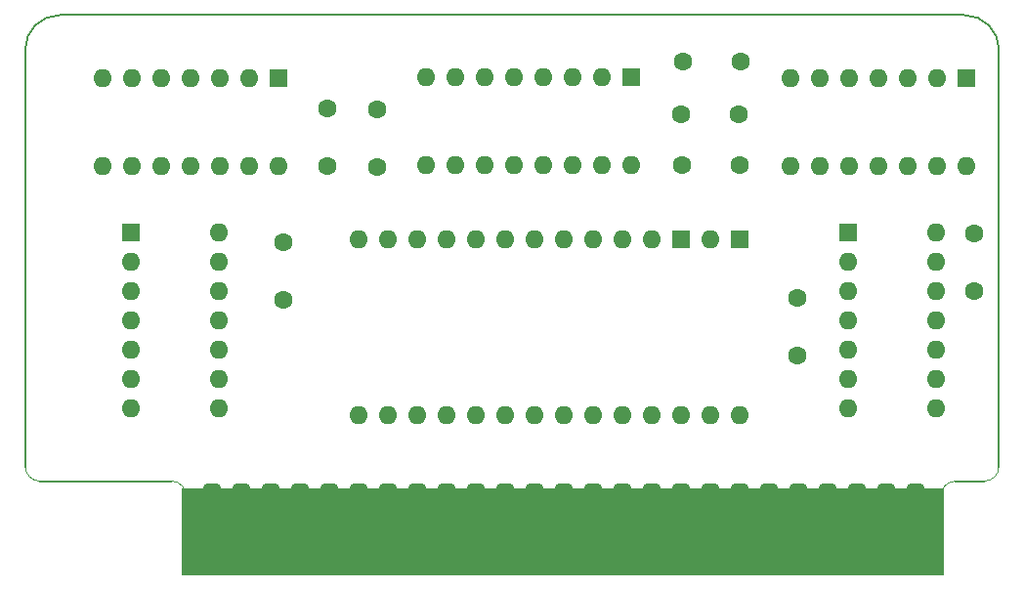
<source format=gbs>
G04 #@! TF.GenerationSoftware,KiCad,Pcbnew,(7.0.0-0)*
G04 #@! TF.CreationDate,2024-02-24T19:33:58+09:00*
G04 #@! TF.ProjectId,Grappler_Minus_Keros_alldip_GH,47726170-706c-4657-925f-4d696e75735f,3*
G04 #@! TF.SameCoordinates,Original*
G04 #@! TF.FileFunction,Soldermask,Bot*
G04 #@! TF.FilePolarity,Negative*
%FSLAX46Y46*%
G04 Gerber Fmt 4.6, Leading zero omitted, Abs format (unit mm)*
G04 Created by KiCad (PCBNEW (7.0.0-0)) date 2024-02-24 19:33:58*
%MOMM*%
%LPD*%
G01*
G04 APERTURE LIST*
G04 Aperture macros list*
%AMRoundRect*
0 Rectangle with rounded corners*
0 $1 Rounding radius*
0 $2 $3 $4 $5 $6 $7 $8 $9 X,Y pos of 4 corners*
0 Add a 4 corners polygon primitive as box body*
4,1,4,$2,$3,$4,$5,$6,$7,$8,$9,$2,$3,0*
0 Add four circle primitives for the rounded corners*
1,1,$1+$1,$2,$3*
1,1,$1+$1,$4,$5*
1,1,$1+$1,$6,$7*
1,1,$1+$1,$8,$9*
0 Add four rect primitives between the rounded corners*
20,1,$1+$1,$2,$3,$4,$5,0*
20,1,$1+$1,$4,$5,$6,$7,0*
20,1,$1+$1,$6,$7,$8,$9,0*
20,1,$1+$1,$8,$9,$2,$3,0*%
G04 Aperture macros list end*
%ADD10C,0.050000*%
%ADD11C,1.600000*%
%ADD12R,1.600000X1.600000*%
%ADD13O,1.600000X1.600000*%
%ADD14RoundRect,0.381000X0.381000X3.175000X-0.381000X3.175000X-0.381000X-3.175000X0.381000X-3.175000X0*%
G04 #@! TA.AperFunction,Profile*
%ADD15C,0.100000*%
G04 #@! TD*
G04 #@! TA.AperFunction,Profile*
%ADD16C,0.150000*%
G04 #@! TD*
G04 APERTURE END LIST*
D10*
X135835000Y-133965000D02*
X201825000Y-133965000D01*
X201825000Y-133965000D02*
X201825000Y-141458000D01*
X201825000Y-141458000D02*
X135835000Y-141458000D01*
X135835000Y-141458000D02*
X135835000Y-133965000D01*
G36*
X135835000Y-133965000D02*
G01*
X201825000Y-133965000D01*
X201825000Y-141458000D01*
X135835000Y-141458000D01*
X135835000Y-133965000D01*
G37*
D11*
X148430000Y-106080000D03*
X148430000Y-101080000D03*
D12*
X203834999Y-98424999D03*
D13*
X201294999Y-98424999D03*
X198754999Y-98424999D03*
X196214999Y-98424999D03*
X193674999Y-98424999D03*
X191134999Y-98424999D03*
X188594999Y-98424999D03*
X188594999Y-106044999D03*
X191134999Y-106044999D03*
X193674999Y-106044999D03*
X196214999Y-106044999D03*
X198754999Y-106044999D03*
X201294999Y-106044999D03*
X203834999Y-106044999D03*
D12*
X174751999Y-98297999D03*
D13*
X172211999Y-98297999D03*
X169671999Y-98297999D03*
X167131999Y-98297999D03*
X164591999Y-98297999D03*
X162051999Y-98297999D03*
X159511999Y-98297999D03*
X156971999Y-98297999D03*
X156971999Y-105917999D03*
X159511999Y-105917999D03*
X162051999Y-105917999D03*
X164591999Y-105917999D03*
X167131999Y-105917999D03*
X169671999Y-105917999D03*
X172211999Y-105917999D03*
X174751999Y-105917999D03*
D11*
X179240000Y-96990000D03*
X184240000Y-96990000D03*
D12*
X193547999Y-111759999D03*
D13*
X193547999Y-114299999D03*
X193547999Y-116839999D03*
X193547999Y-119379999D03*
X193547999Y-121919999D03*
X193547999Y-124459999D03*
X193547999Y-126999999D03*
X201167999Y-126999999D03*
X201167999Y-124459999D03*
X201167999Y-121919999D03*
X201167999Y-119379999D03*
X201167999Y-116839999D03*
X201167999Y-114299999D03*
X201167999Y-111759999D03*
D12*
X184149999Y-112394999D03*
D13*
X181609999Y-112394999D03*
X179069999Y-112394999D03*
X176529999Y-112394999D03*
X173989999Y-112394999D03*
X171449999Y-112394999D03*
X168909999Y-112394999D03*
X166369999Y-112394999D03*
X163829999Y-112394999D03*
X161289999Y-112394999D03*
X158749999Y-112394999D03*
X156209999Y-112394999D03*
X153669999Y-112394999D03*
X151129999Y-112394999D03*
X151129999Y-127634999D03*
X153669999Y-127634999D03*
X156209999Y-127634999D03*
X158749999Y-127634999D03*
X161289999Y-127634999D03*
X163829999Y-127634999D03*
X166369999Y-127634999D03*
X168909999Y-127634999D03*
X171449999Y-127634999D03*
X173989999Y-127634999D03*
X176529999Y-127634999D03*
X179069999Y-127634999D03*
X181609999Y-127634999D03*
X184149999Y-127634999D03*
D11*
X152750000Y-101100000D03*
X152750000Y-106100000D03*
D12*
X179069999Y-112394999D03*
D13*
X176529999Y-112394999D03*
X173989999Y-112394999D03*
X171449999Y-112394999D03*
X168909999Y-112394999D03*
X166369999Y-112394999D03*
X163829999Y-112394999D03*
X161289999Y-112394999D03*
X158749999Y-112394999D03*
X156209999Y-112394999D03*
X153669999Y-112394999D03*
X151129999Y-112394999D03*
X151129999Y-127634999D03*
X153669999Y-127634999D03*
X156209999Y-127634999D03*
X158749999Y-127634999D03*
X161289999Y-127634999D03*
X163829999Y-127634999D03*
X166369999Y-127634999D03*
X168909999Y-127634999D03*
X171449999Y-127634999D03*
X173989999Y-127634999D03*
X176529999Y-127634999D03*
X179069999Y-127634999D03*
D12*
X144229999Y-98429999D03*
D13*
X141689999Y-98429999D03*
X139149999Y-98429999D03*
X136609999Y-98429999D03*
X134069999Y-98429999D03*
X131529999Y-98429999D03*
X128989999Y-98429999D03*
X128989999Y-106049999D03*
X131529999Y-106049999D03*
X134069999Y-106049999D03*
X136609999Y-106049999D03*
X139149999Y-106049999D03*
X141689999Y-106049999D03*
X144229999Y-106049999D03*
D14*
X199380000Y-137140000D03*
X196840000Y-137140000D03*
X194300000Y-137140000D03*
X191760000Y-137140000D03*
X189220000Y-137140000D03*
X186680000Y-137140000D03*
X184140000Y-137140000D03*
X181600000Y-137140000D03*
X179060000Y-137140000D03*
X176520000Y-137140000D03*
X173980000Y-137140000D03*
X171440000Y-137140000D03*
X168900000Y-137140000D03*
X166360000Y-137140000D03*
X163820000Y-137140000D03*
X161280000Y-137140000D03*
X158740000Y-137140000D03*
X156200000Y-137140000D03*
X153660000Y-137140000D03*
X151120000Y-137140000D03*
X148580000Y-137140000D03*
X146040000Y-137140000D03*
X143500000Y-137140000D03*
X140960000Y-137140000D03*
X138420000Y-137140000D03*
D12*
X131444999Y-111759999D03*
D13*
X131444999Y-114299999D03*
X131444999Y-116839999D03*
X131444999Y-119379999D03*
X131444999Y-121919999D03*
X131444999Y-124459999D03*
X131444999Y-126999999D03*
X139064999Y-126999999D03*
X139064999Y-124459999D03*
X139064999Y-121919999D03*
X139064999Y-119379999D03*
X139064999Y-116839999D03*
X139064999Y-114299999D03*
X139064999Y-111759999D03*
D11*
X189210000Y-117460000D03*
X189210000Y-122460000D03*
X179170000Y-105930000D03*
X184170000Y-105930000D03*
X179120000Y-101540000D03*
X184120000Y-101540000D03*
X189210000Y-122460000D03*
X204530000Y-116890000D03*
X204530000Y-111890000D03*
X144630000Y-117660000D03*
X144630000Y-112660000D03*
D15*
X202882500Y-133350000D02*
G75*
G03*
X201612500Y-134620000I0J-1270000D01*
G01*
X200977500Y-140970000D02*
X136842500Y-140970000D01*
D16*
X206642000Y-95935000D02*
G75*
G03*
X203662000Y-92955000I-2980000J0D01*
G01*
D15*
X201612500Y-134620000D02*
X201612500Y-140335000D01*
D16*
X122270000Y-132080000D02*
X122270000Y-95930000D01*
D15*
X205368000Y-133355000D02*
G75*
G03*
X206638000Y-132085000I0J1270000D01*
G01*
X136207500Y-134620000D02*
G75*
G03*
X134937500Y-133350000I-1270000J0D01*
G01*
D16*
X134937500Y-133350000D02*
X123540000Y-133350000D01*
X125250000Y-92950000D02*
X203662000Y-92955000D01*
X206638000Y-132085000D02*
X206642000Y-95935000D01*
X125250000Y-92950000D02*
G75*
G03*
X122270000Y-95930000I0J-2980000D01*
G01*
D15*
X122270000Y-132080000D02*
G75*
G03*
X123540000Y-133350000I1270000J0D01*
G01*
D16*
X205368000Y-133355000D02*
X202882500Y-133350000D01*
D15*
X136207500Y-134620000D02*
X136207500Y-140335000D01*
X201612500Y-140335000D02*
X200977500Y-140970000D01*
X136207500Y-140335000D02*
X136842500Y-140970000D01*
M02*

</source>
